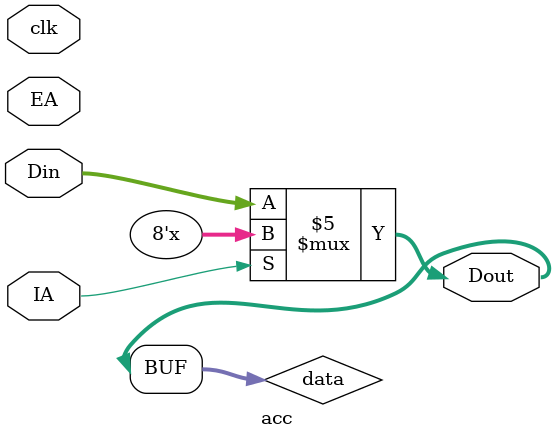
<source format=v>
`timescale 1ns / 1ps


module acc(
input wire clk,
input wire IA,
input wire EA,
input wire [7:0]Din,
output wire [7:0]Dout
    );
 reg [7:0]data=0;
 reg [7:0]data_out;
 assign Dout=data;
 always @(*)
 begin
 if(!IA)
 begin
 data=Din; 
 end 
  //case({IA,EA})
  //2'b01:
  //begin data=Din; end
  //2'b10:
  //begin data_out=data; end
  //default begin data_out=0; end
  //endcase
 end
endmodule

</source>
